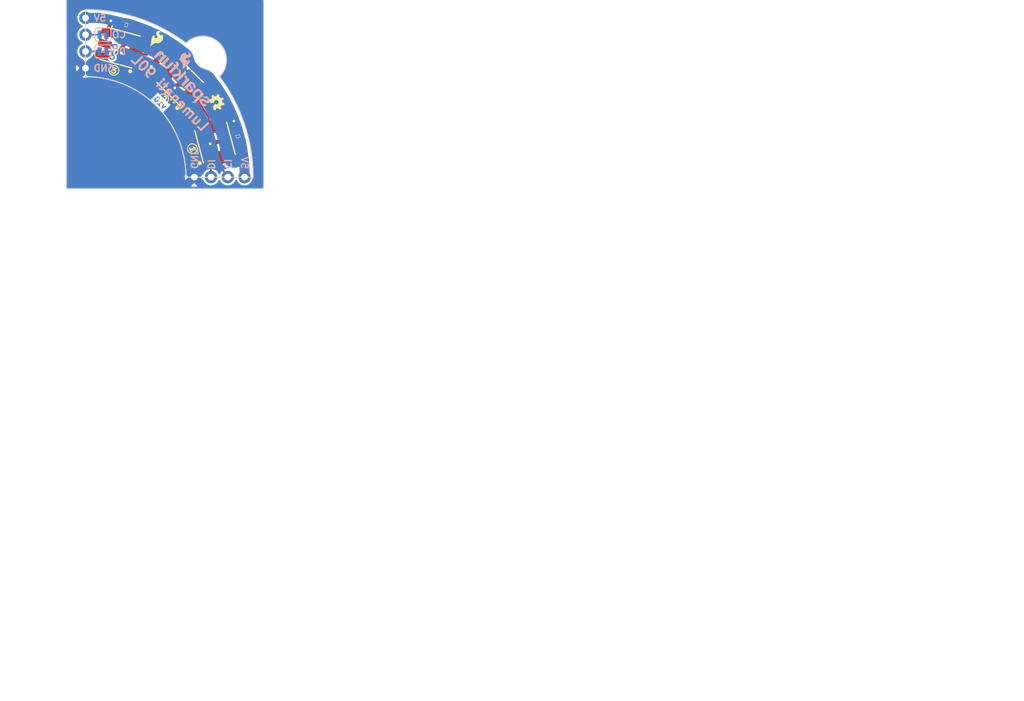
<source format=kicad_pcb>
(kicad_pcb (version 20221018) (generator pcbnew)
  (layers (0 "F.Cu" signal) (31 "B.Cu" signal) (34 "B.Paste" user) (35 "F.Paste" user) (36 "B.SilkS" user "B.Silkscreen") (37 "F.SilkS" user "F.Silkscreen") (38 "B.Mask" user) (39 "F.Mask" user) (44 "Edge.Cuts" user))
  (net 0 "")
  (net 1 "GND")
  (net 2 "+5V")
  (net 3 "/DI")
  (net 4 "/CI")
  (net 5 "/DO")
  (net 6 "/CO")
  (net 7 "Net-(U1-Pad5)")
  (net 8 "Net-(U1-Pad6)")
  (net 9 "Net-(U2-Pad6)")
  (net 10 "Net-(U2-Pad5)")
  (net 11 "Net-(JP1-Pad1)")
  (net 12 "Net-(JP2-Pad1)")
  (footprint "Aesthetics:SFE_LOGO_FLAME_.1" (layer "F.Cu") (at 140.589 95.60052 -10)
    (fp_text reference "" (at 0 0 350) (layer "F.SilkS") (effects (font (size 1.524 1.524))))
    (fp_text value "" (at 0 0 350) (layer "F.SilkS") (effects (font (size 1.524 1.524))))
    (fp_poly (pts (xy 1.69926 -2.4892) (xy 1.69926 -2.39776) (xy 1.6891 -2.36982) (xy 1.67894 -2.3495) (xy 1.64846 -2.31902) (xy 1.61798 -2.30886) (xy 1.5875 -2.30886) (xy 1.50876 -2.32918) (xy 1.46812 -2.3495) (xy 1.43764 -2.36982) (xy 1.39954 -2.39776) (xy 1.33858 -2.45872) (xy 1.29794 -2.51968) (xy 1.28778 -2.55778) (xy 1.28778 -2.61874) (xy 1.29794 -2.64922) (xy 1.3081 -2.66954) (xy 1.32842 -2.69748) (xy 1.36906 -2.72796) (xy 1.4097 -2.74828) (xy 1.45796 -2.75844) (xy 1.4986 -2.7686) (xy 1.55956 -2.7686) (xy 1.57988 -2.75844) (xy 1.5875 -2.75844) (xy 1.57988 -2.7686) (xy 1.53924 -2.79908) (xy 1.39954 -2.86766) (xy 1.3081 -2.88798) (xy 1.20904 -2.88798) (xy 1.09982 -2.86766) (xy 0.98806 -2.80924) (xy 0.89916 -2.73812) (xy 0.84836 -2.65938) (xy 0.81788 -2.56794) (xy 0.81788 -2.4892) (xy 0.8382 -2.39776) (xy 0.889 -2.30886) (xy 0.95758 -2.22758) (xy 1.03886 -2.13868) (xy 1.10998 -2.06756) (xy 1.13792 -1.98882) (xy 1.13792 -1.9177) (xy 1.1176 -1.85928) (xy 1.0795 -1.80848) (xy 1.01854 -1.76784) (xy 0.9398 -1.74752) (xy 0.85852 -1.74752) (xy 0.80772 -1.75768) (xy 0.75946 -1.778) (xy 0.6985 -1.83896) (xy 0.67818 -1.86944) (xy 0.66802 -1.89992) (xy 0.66802 -1.93802) (xy 0.67818 -1.9685) (xy 0.73914 -2.02946) (xy 0.76962 -2.03962) (xy 0.80772 -2.05994) (xy 0.81788 -2.06756) (xy 0.77978 -2.08788) (xy 0.65786 -2.08788) (xy 0.59944 -2.07772) (xy 0.54864 -2.06756) (xy 0.49784 -2.04978) (xy 0.45974 -2.0193) (xy 0.40894 -1.97866) (xy 0.34798 -1.8796) (xy 0.32766 -1.80848) (xy 0.3175 -1.72974) (xy 0.3175 -0.35814) (xy 0.3683 -0.40894) (xy 0.39878 -0.45974) (xy 0.44958 -0.508) (xy 0.49784 -0.56896) (xy 0.61976 -0.68834) (xy 0.73914 -0.82804) (xy 0.8382 -0.92964) (xy 0.9398 -0.98806) (xy 0.99822 -0.99822) (xy 1.18872 -0.99822) (xy 1.3081 -1.01854) (xy 1.41986 -1.04902) (xy 1.51892 -1.08966) (xy 1.61798 -1.14808) (xy 1.69926 -1.2192) (xy 1.778 -1.29794) (xy 1.84912 -1.38938) (xy 1.94818 -1.56972) (xy 1.99898 -1.75768) (xy 2.00914 -1.92786) (xy 1.97866 -2.08788) (xy 1.92786 -2.23774) (xy 1.85928 -2.3495) (xy 1.778 -2.4384)) (stroke (width 0.01)) (fill solid) (layer "F.SilkS"))
  )
  (footprint "Pete:0603_revised" (layer "F.Cu") (at 137.3124 92.0496 165)
    (fp_text reference "C1" hide)
    (fp_text value "0.1uF" hide)
    (fp_line (start -0.19812 -0.29972) (end 0.19812 -0.29972) (stroke (width 0.06604)) (layer "F.SilkS"))
    (fp_line (start -0.19812 0.29972) (end -0.19812 -0.29972) (stroke (width 0.06604)) (layer "F.SilkS"))
    (fp_line (start -0.19812 0.29972) (end 0.19812 0.29972) (stroke (width 0.06604)) (layer "F.SilkS"))
    (fp_line (start 0.19812 0.29972) (end 0.19812 -0.29972) (stroke (width 0.06604)) (layer "F.SilkS"))
    (pad "1" smd rect (at -0.84836 0 165) (size 1.09982 0.99822) (layers "F.Cu" "F.Paste" "F.Mask") (net 1 "GND"))
    (pad "2" smd rect (at 0.84836 0 165) (size 1.09982 0.99822) (layers "F.Cu" "F.Paste" "F.Mask") (net 2 "+5V"))
  )
  (footprint "Pete:0603_revised" (layer "F.Cu") (at 142.68196 96.77908 45)
    (fp_text reference "C2" hide)
    (fp_text value "0.1uF" hide)
    (fp_line (start -0.19812 -0.29972) (end 0.19812 -0.29972) (stroke (width 0.06604)) (layer "F.SilkS"))
    (fp_line (start -0.19812 0.29972) (end -0.19812 -0.29972) (stroke (width 0.06604)) (layer "F.SilkS"))
    (fp_line (start -0.19812 0.29972) (end 0.19812 0.29972) (stroke (width 0.06604)) (layer "F.SilkS"))
    (fp_line (start 0.19812 0.29972) (end 0.19812 -0.29972) (stroke (width 0.06604)) (layer "F.SilkS"))
    (pad "1" smd rect (at -0.84836 0 45) (size 1.09982 0.99822) (layers "F.Cu" "F.Paste" "F.Mask") (net 1 "GND"))
    (pad "2" smd rect (at 0.84836 0 45) (size 1.09982 0.99822) (layers "F.Cu" "F.Paste" "F.Mask") (net 2 "+5V"))
  )
  (footprint "Pete:0603_revised" (layer "F.Cu") (at 154.2542 108.9406 105)
    (fp_text reference "C3" hide)
    (fp_text value "0.1uF" hide)
    (fp_line (start -0.19812 -0.29972) (end 0.19812 -0.29972) (stroke (width 0.06604)) (layer "F.SilkS"))
    (fp_line (start -0.19812 0.29972) (end -0.19812 -0.29972) (stroke (width 0.06604)) (layer "F.SilkS"))
    (fp_line (start -0.19812 0.29972) (end 0.19812 0.29972) (stroke (width 0.06604)) (layer "F.SilkS"))
    (fp_line (start 0.19812 0.29972) (end 0.19812 -0.29972) (stroke (width 0.06604)) (layer "F.SilkS"))
    (pad "1" smd rect (at -0.84836 0 105) (size 1.09982 0.99822) (layers "F.Cu" "F.Paste" "F.Mask") (net 1 "GND"))
    (pad "2" smd rect (at 0.84836 0 105) (size 1.09982 0.99822) (layers "F.Cu" "F.Paste" "F.Mask") (net 2 "+5V"))
  )
  (footprint "Aesthetics:FIDUCIAL-1X2" (layer "F.Cu") (at 155.2575 112.9157)
    (fp_text reference "FD1" hide)
    (fp_text value "FIDUCIAL1X2" hide)
    (pad "1" smd circle (at 0 0) (size 0.99822 0.99822) (layers "F.Cu" "F.Paste" "F.Mask"))
  )
  (footprint "Aesthetics:FIDUCIAL-1X2" (layer "F.Cu") (at 133.3881 90.7415)
    (fp_text reference "FD2" hide)
    (fp_text value "FIDUCIAL1X2" hide)
    (pad "1" smd circle (at 0 0) (size 0.99822 0.99822) (layers "F.Cu" "F.Paste" "F.Mask"))
  )
  (footprint "SFE_Connectors:1X04_NO_SILK" (layer "F.Cu") (at 147.6248 115.1128)
    (fp_text reference "J1" hide)
    (fp_text value "CONN_041X04_NO_SILK" hide)
    (pad "1" thru_hole circle (at 0 0) (size 1.8796 1.8796) (drill 1.016) (layers "*.Cu" "*.Paste" "*.Mask") (net 1 "GND"))
    (pad "2" thru_hole circle (at 2.54 0) (size 1.8796 1.8796) (drill 1.016) (layers "*.Cu" "*.Paste" "*.Mask") (net 3 "/DI"))
    (pad "3" thru_hole circle (at 5.08 0) (size 1.8796 1.8796) (drill 1.016) (layers "*.Cu" "*.Paste" "*.Mask") (net 4 "/CI"))
    (pad "4" thru_hole circle (at 7.62 0) (size 1.8796 1.8796) (drill 1.016) (layers "*.Cu" "*.Paste" "*.Mask") (net 2 "+5V"))
  )
  (footprint "SFE_Connectors:1X04_NO_SILK" (layer "F.Cu") (at 131.1402 90.9828 -90)
    (fp_text reference "J2" hide)
    (fp_text value "CONN_041X04_NO_SILK" hide)
    (pad "1" thru_hole circle (at 0 0 270) (size 1.8796 1.8796) (drill 1.016) (layers "*.Cu" "*.Paste" "*.Mask") (net 2 "+5V"))
    (pad "2" thru_hole circle (at 2.54 0 270) (size 1.8796 1.8796) (drill 1.016) (layers "*.Cu" "*.Paste" "*.Mask") (net 6 "/CO"))
    (pad "3" thru_hole circle (at 5.08 0 270) (size 1.8796 1.8796) (drill 1.016) (layers "*.Cu" "*.Paste" "*.Mask") (net 5 "/DO"))
    (pad "4" thru_hole circle (at 7.62 0 270) (size 1.8796 1.8796) (drill 1.016) (layers "*.Cu" "*.Paste" "*.Mask") (net 1 "GND"))
  )
  (footprint "SparkFun:OSHW-LOGO-MINI" (layer "F.Cu") (at 150.98268 103.76154 -60)
    (fp_text reference "LOGO2" hide)
    (fp_text value "OSHW-LOGOMINI" hide)
    (fp_poly (pts (xy 1.23444 0.17018) (xy 1.23444 -0.14732) (xy 0.8763 -0.20574) (xy 0.8763 -0.24638) (xy 0.86614 -0.25654) (xy 0.86614 -0.27686) (xy 0.85598 -0.28702) (xy 0.84582 -0.30734) (xy 0.84582 -0.32512) (xy 0.83566 -0.33528) (xy 0.83566 -0.3556) (xy 0.8255 -0.36576) (xy 0.81534 -0.38608) (xy 0.80518 -0.39624) (xy 0.80518 -0.41656) (xy 0.79502 -0.42672) (xy 0.78486 -0.44704) (xy 0.7747 -0.4572) (xy 0.98552 -0.74676) (xy 0.75438 -0.9652) (xy 0.46482 -0.76708) (xy 0.45466 -0.77724) (xy 0.43434 -0.78486) (xy 0.42418 -0.78486) (xy 0.4064 -0.79502) (xy 0.39624 -0.80518) (xy 0.37592 -0.81534) (xy 0.36576 -0.81534) (xy 0.34544 -0.8255) (xy 0.33528 -0.83566) (xy 0.31496 -0.83566) (xy 0.29464 -0.84582) (xy 0.28448 -0.84582) (xy 0.26416 -0.85598) (xy 0.25654 -0.85598) (xy 0.23622 -0.86614) (xy 0.2159 -0.86614) (xy 0.15494 -1.21666) (xy -0.16256 -1.21666) (xy -0.22098 -0.86614) (xy -0.23114 -0.86614) (xy -0.25146 -0.85598) (xy -0.27178 -0.85598) (xy -0.28194 -0.84582) (xy -0.30226 -0.84582) (xy -0.32258 -0.83566) (xy -0.33274 -0.83566) (xy -0.35306 -0.8255) (xy -0.36322 -0.81534) (xy -0.381 -0.81534) (xy -0.39116 -0.80518) (xy -0.41148 -0.79502) (xy -0.42164 -0.78486) (xy -0.44196 -0.78486) (xy -0.45212 -0.77724) (xy -0.47244 -0.76708) (xy -0.762 -0.9652) (xy -0.98298 -0.74676) (xy -0.78232 -0.4572) (xy -0.79248 -0.44704) (xy -0.79248 -0.42672) (xy -0.80264 -0.41656) (xy -0.8128 -0.39624) (xy -0.82296 -0.38608) (xy -0.82296 -0.36576) (xy -0.83312 -0.3556) (xy -0.84328 -0.33528) (xy -0.84328 -0.32512) (xy -0.86106 -0.28702) (xy -0.86106 -0.27686) (xy -0.87122 -0.25654) (xy -0.87122 -0.24638) (xy -0.88138 -0.22606) (xy -0.88138 -0.20574) (xy -1.2319 -0.14732) (xy -1.2319 0.17018) (xy -0.88138 0.23114) (xy -0.88138 0.2413) (xy -0.87122 0.26162) (xy -0.87122 0.28194) (xy -0.86106 0.2921) (xy -0.86106 0.31242) (xy -0.8509 0.32258) (xy -0.84328 0.34036) (xy -0.84328 0.36068) (xy -0.83312 0.37084) (xy -0.83312 0.39116) (xy -0.82296 0.40132) (xy -0.8128 0.42164) (xy -0.80264 0.4318) (xy -0.79248 0.45212) (xy -0.79248 0.46228) (xy -0.78232 0.4826) (xy -0.98298 0.762) (xy -0.762 0.9906) (xy -0.47244 0.79248) (xy -0.46228 0.79248) (xy -0.45212 0.8001) (xy -0.44196 0.8001) (xy -0.4318 0.81026) (xy -0.42164 0.81026) (xy -0.41148 0.82042) (xy -0.40132 0.82042) (xy -0.39116 0.83058) (xy -0.381 0.83058) (xy -0.37338 0.84074) (xy -0.36322 0.84074) (xy -0.35306 0.8509) (xy -0.33274 0.8509) (xy -0.32258 0.86106) (xy -0.12192 0.32258) (xy -0.1524 0.31242) (xy -0.19304 0.2921) (xy -0.21336 0.27178) (xy -0.23114 0.26162) (xy -0.25146 0.2413) (xy -0.26162 0.22098) (xy -0.28194 0.20066) (xy -0.30226 0.16256) (xy -0.31242 0.13208) (xy -0.33274 0.09144) (xy -0.33274 0.06096) (xy -0.3429 0.03048) (xy -0.3429 -0.0254) (xy -0.30226 -0.14732) (xy -0.26162 -0.20574) (xy -0.2413 -0.22606) (xy -0.21336 -0.24638) (xy -0.19304 -0.2667) (xy -0.16256 -0.28702) (xy -0.13208 -0.29718) (xy -0.1016 -0.31496) (xy -0.07112 -0.31496) (xy -0.03302 -0.32512) (xy 0.03556 -0.32512) (xy 0.06604 -0.31496) (xy 0.09652 -0.31496) (xy 0.12446 -0.29718) (xy 0.15494 -0.28702) (xy 0.2159 -0.24638) (xy 0.25654 -0.20574) (xy 0.29464 -0.14732) (xy 0.3048 -0.11684) (xy 0.32512 -0.08636) (xy 0.32512 -0.05588) (xy 0.33528 -0.0254) (xy 0.33528 0.06096) (xy 0.32512 0.09144) (xy 0.32512 0.11176) (xy 0.31496 0.13208) (xy 0.3048 0.16256) (xy 0.29464 0.18034) (xy 0.27432 0.20066) (xy 0.26416 0.22098) (xy 0.22606 0.26162) (xy 0.20574 0.27178) (xy 0.18542 0.2921) (xy 0.12446 0.32258) (xy 0.32512 0.86106) (xy 0.32512 0.8509) (xy 0.34544 0.8509) (xy 0.3556 0.84074) (xy 0.36576 0.84074) (xy 0.37592 0.83058) (xy 0.38608 0.83058) (xy 0.39624 0.82042) (xy 0.41656 0.82042) (xy 0.42418 0.81026) (xy 0.43434 0.81026) (xy 0.45466 0.79248) (xy 0.46482 0.79248) (xy 0.75438 0.9906) (xy 0.98552 0.762) (xy 0.7747 0.4826) (xy 0.78486 0.46228) (xy 0.79502 0.45212) (xy 0.80518 0.4318) (xy 0.80518 0.42164) (xy 0.81534 0.40132) (xy 0.8255 0.39116) (xy 0.83566 0.37084) (xy 0.83566 0.36068) (xy 0.85598 0.32258) (xy 0.85598 0.31242) (xy 0.86614 0.2921) (xy 0.86614 0.28194) (xy 0.8763 0.26162) (xy 0.8763 0.2413) (xy 0.88646 0.23114)) (stroke (width 0.01)) (fill solid) (layer "F.SilkS"))
  )
  (footprint "Pete:APA102_3" (layer "F.Cu") (at 150.7744 109.8804 -75)
    (fp_text reference "U1" hide)
    (fp_text value "APA102" hide)
    (fp_line (start -2.5 -2.5) (end 2.5 -2.5) (stroke (width 0.2032)) (layer "F.SilkS"))
    (fp_line (start -2.5 2.5) (end 2.5 2.5) (stroke (width 0.2032)) (layer "F.SilkS"))
    (fp_circle (center 2.413 3.048) (end 2.4765 3.1115) (stroke (width 0.15)) (fill none) (layer "F.SilkS"))
    (fp_circle (center 2.413 3.048) (end 2.54 3.2385) (stroke (width 0.15)) (fill none) (layer "F.SilkS"))
    (pad "1" smd rect (at 2.4 1.7 285) (size 2 1.1) (layers "F.Cu" "F.Paste" "F.Mask") (net 3 "/DI"))
    (pad "2" smd rect (at 2.399998 0 285) (size 2 1.1) (layers "F.Cu" "F.Paste" "F.Mask") (net 4 "/CI"))
    (pad "3" smd rect (at 2.4 -1.700001 285) (size 2 1.1) (layers "F.Cu" "F.Paste" "F.Mask") (net 1 "GND"))
    (pad "4" smd rect (at -2.4 -1.7 105) (size 2 1.1) (layers "F.Cu" "F.Paste" "F.Mask") (net 2 "+5V"))
    (pad "5" smd rect (at -2.399998 0 105) (size 2 1.1) (layers "F.Cu" "F.Paste" "F.Mask") (net 7 "Net-(U1-Pad5)"))
    (pad "6" smd rect (at -2.4 1.700001 105) (size 2 1.1) (layers "F.Cu" "F.Paste" "F.Mask") (net 8 "Net-(U1-Pad6)"))
  )
  (footprint "Pete:APA102_3" (layer "F.Cu") (at 145.4785 100.7745 -45)
    (fp_text reference "U2" hide)
    (fp_text value "APA102" hide)
    (fp_line (start -2.5 -2.5) (end 2.5 -2.5) (stroke (width 0.2032)) (layer "F.SilkS"))
    (fp_line (start -2.5 2.5) (end 2.5 2.5) (stroke (width 0.2032)) (layer "F.SilkS"))
    (fp_circle (center 2.413 3.048) (end 2.4765 3.1115) (stroke (width 0.15)) (fill none) (layer "F.SilkS"))
    (fp_circle (center 2.413 3.048) (end 2.54 3.2385) (stroke (width 0.15)) (fill none) (layer "F.SilkS"))
    (pad "1" smd rect (at 2.4 1.7 315) (size 2 1.1) (layers "F.Cu" "F.Paste" "F.Mask") (net 8 "Net-(U1-Pad6)"))
    (pad "2" smd rect (at 2.399998 0 315) (size 2 1.1) (layers "F.Cu" "F.Paste" "F.Mask") (net 7 "Net-(U1-Pad5)"))
    (pad "3" smd rect (at 2.4 -1.700001 315) (size 2 1.1) (layers "F.Cu" "F.Paste" "F.Mask") (net 1 "GND"))
    (pad "4" smd rect (at -2.4 -1.7 135) (size 2 1.1) (layers "F.Cu" "F.Paste" "F.Mask") (net 2 "+5V"))
    (pad "5" smd rect (at -2.399998 0 135) (size 2 1.1) (layers "F.Cu" "F.Paste" "F.Mask") (net 10 "Net-(U2-Pad5)"))
    (pad "6" smd rect (at -2.4 1.700001 135) (size 2 1.1) (layers "F.Cu" "F.Paste" "F.Mask") (net 9 "Net-(U2-Pad6)"))
  )
  (footprint "Pete:APA102_3" (layer "F.Cu") (at 136.3726 95.504 -15)
    (fp_text reference "U3" hide)
    (fp_text value "APA102" hide)
    (fp_line (start -2.5 -2.5) (end 2.5 -2.5) (stroke (width 0.2032)) (layer "F.SilkS"))
    (fp_line (start -2.5 2.5) (end 2.5 2.5) (stroke (width 0.2032)) (layer "F.SilkS"))
    (fp_circle (center 2.412999 3.048) (end 2.4765 3.1115) (stroke (width 0.15)) (fill none) (layer "F.SilkS"))
    (fp_circle (center 2.412999 3.048) (end 2.54 3.2385) (stroke (width 0.15)) (fill none) (layer "F.SilkS"))
    (pad "1" smd rect (at 2.4 1.7 345) (size 2 1.1) (layers "F.Cu" "F.Paste" "F.Mask") (net 9 "Net-(U2-Pad6)"))
    (pad "2" smd rect (at 2.399998 0 345) (size 2 1.1) (layers "F.Cu" "F.Paste" "F.Mask") (net 10 "Net-(U2-Pad5)"))
    (pad "3" smd rect (at 2.4 -1.700001 345) (size 2 1.1) (layers "F.Cu" "F.Paste" "F.Mask") (net 1 "GND"))
    (pad "4" smd rect (at -2.4 -1.7 165) (size 2 1.1) (layers "F.Cu" "F.Paste" "F.Mask") (net 2 "+5V"))
    (pad "5" smd rect (at -2.399998 0 165) (size 2 1.1) (layers "F.Cu" "F.Paste" "F.Mask") (net 11 "Net-(JP1-Pad1)"))
    (pad "6" smd rect (at -2.4 1.700001 165) (size 2 1.1) (layers "F.Cu" "F.Paste" "F.Mask") (net 12 "Net-(JP2-Pad1)"))
  )
  (footprint "Pete:line" (layer "F.Cu") (at 131.1275 115.1255 -75)
    (fp_text reference "REF**" hide)
    (fp_text value "line" hide)
  )
  (footprint "Pete:line" (layer "F.Cu") (at 131.1275 115.1255 -45)
    (fp_text reference "REF**" hide)
    (fp_text value "line" hide)
  )
  (footprint "Pete:line" (layer "F.Cu") (at 131.1275 115.1255 -15)
    (fp_text reference "REF**" hide)
    (fp_text value "line" hide)
  )
  (footprint "Pete:STAND-OFF_115_2" (layer "F.Cu") (at 149.5425 96.7105)
    (fp_text reference "Ref**" hide)
    (fp_text value "Val**" hide)
    (pad "" np_thru_hole circle (at 0 0) (size 2.921 2.921) (drill 2.921) (layers "*.Cu" "*.Mask"))
  )
  (footprint "SparkFun:SFE_LOGO_NAME_FLAME_.1" (layer "B.Cu") (at 148.8313 105.5243 135)
    (fp_text reference "LOGO1" hide)
    (fp_text value "SFE_LOGO_NAME_FLAME.1_INCH" hide)
    (fp_poly (pts (xy 2.9083 1.39954) (xy 2.93878 1.47828) (xy 2.94894 1.55956) (xy 2.94894 1.6383) (xy 3.33756 1.62814) (xy 3.32994 1.48844) (xy 3.29946 1.3589) (xy 3.24866 1.23952)) (stroke (width 0.01)) (fill solid) (layer "B.SilkS"))
    (fp_poly (pts (xy 6.0579 2.6797) (xy 6.44906 2.88798) (xy 6.44906 1.84912) (xy 6.93928 2.35966) (xy 7.39902 2.35966) (xy 6.86816 1.83896) (xy 7.45998 0.9398) (xy 6.98754 0.9398) (xy 6.59892 1.56972) (xy 6.44906 1.42748) (xy 6.44906 0.9398) (xy 6.0579 0.9398)) (stroke (width 0.01)) (fill solid) (layer "B.SilkS"))
    (fp_poly (pts (xy 3.92938 1.74752) (xy 4.01828 1.75768) (xy 4.10972 1.76784) (xy 4.1783 1.778) (xy 4.2291 1.57988) (xy 4.20878 1.56972) (xy 4.18846 1.56972) (xy 4.15798 1.55956) (xy 4.11988 1.55956) (xy 4.0894 1.5494) (xy 4.04876 1.5494) (xy 4.02844 1.53924) (xy 4.00812 1.53924)) (stroke (width 0.01)) (fill solid) (layer "B.SilkS"))
    (fp_poly (pts (xy 4.99872 2.28854) (xy 5.04952 2.2987) (xy 5.08762 2.30886) (xy 5.13842 2.30886) (xy 5.18922 2.31902) (xy 5.22986 2.32918) (xy 5.27812 2.33934) (xy 5.32892 2.3495) (xy 5.36956 2.35966) (xy 5.36956 2.08788) (xy 5.40766 2.159) (xy 5.4483 2.2098) (xy 5.4991 2.26822) (xy 5.5499 2.30886) (xy 5.61848 2.3495) (xy 5.67944 2.36982) (xy 5.74802 2.3876) (xy 5.88772 2.3876) (xy 5.89788 2.37998) (xy 5.90804 2.37998) (xy 5.90804 2.0193) (xy 5.89788 2.0193) (xy 5.87756 2.02946) (xy 5.76834 2.02946) (xy 5.66928 2.0193) (xy 5.588 1.99898) (xy 5.51942 1.95834) (xy 5.46862 1.89992) (xy 5.42798 1.8288) (xy 5.40766 1.75768) (xy 5.38988 1.66878) (xy 5.38988 0.9398) (xy 4.99872 0.9398) (xy 4.99872 2.11836)) (stroke (width 0.01)) (fill solid) (layer "B.SilkS"))
    (fp_poly (pts (xy 7.69874 2.09804) (xy 7.30758 2.09804) (xy 7.34822 2.12852) (xy 7.3787 2.159) (xy 7.40918 2.18948) (xy 7.44982 2.22758) (xy 7.47776 2.25806) (xy 7.50824 2.28854) (xy 7.54888 2.31902) (xy 7.57936 2.35966) (xy 7.69874 2.35966) (xy 7.69874 2.55778) (xy 7.72922 2.63906) (xy 7.7597 2.70764) (xy 7.80796 2.7686) (xy 7.87908 2.8194) (xy 7.95782 2.8575) (xy 8.05942 2.88798) (xy 8.34898 2.88798) (xy 8.3693 2.87782) (xy 8.3693 2.59842) (xy 8.19912 2.59842) (xy 8.15848 2.58826) (xy 8.13816 2.5781) (xy 8.11784 2.56794) (xy 8.09752 2.54) (xy 8.0899 2.51968) (xy 8.0899 2.47904) (xy 8.07974 2.4384) (xy 8.07974 2.35966) (xy 8.34898 2.35966) (xy 8.34898 2.09804) (xy 8.07974 2.09804) (xy 8.07974 0.9398) (xy 7.69874 0.9398) (xy 7.69874 1.94818)) (stroke (width 0.01)) (fill solid) (layer "B.SilkS"))
    (fp_poly (pts (xy 9.78916 0.9398) (xy 9.41832 0.9398) (xy 9.41832 1.13792) (xy 9.40816 1.13792) (xy 9.36752 1.0795) (xy 9.32942 1.0287) (xy 9.27862 0.98806) (xy 9.21766 0.95758) (xy 9.1694 0.9398) (xy 9.10844 0.91948) (xy 9.03986 0.90932) (xy 8.9789 0.89916) (xy 8.8392 0.90932) (xy 8.72998 0.94996) (xy 8.63854 0.99822) (xy 8.56996 1.05918) (xy 8.51916 1.14808) (xy 8.48868 1.24968) (xy 8.46836 1.3589) (xy 8.46836 2.35966) (xy 8.84936 2.35966) (xy 8.84936 1.55956) (xy 8.85952 1.47828) (xy 8.86968 1.39954) (xy 8.87984 1.33858) (xy 8.90778 1.29794) (xy 8.93826 1.25984) (xy 8.98906 1.22936) (xy 9.03986 1.2192) (xy 9.09828 1.20904) (xy 9.17956 1.2192) (xy 9.23798 1.22936) (xy 9.28878 1.25984) (xy 9.32942 1.29794) (xy 9.3599 1.3589) (xy 9.38784 1.42748) (xy 9.398 1.50876) (xy 9.398 2.35966) (xy 9.78916 2.35966) (xy 9.78916 1.1176)) (stroke (width 0.01)) (fill solid) (layer "B.SilkS"))
    (fp_poly (pts (xy 9.99998 2.35966) (xy 10.36828 2.35966) (xy 10.36828 2.159) (xy 10.37844 2.159) (xy 10.41908 2.21996) (xy 10.45972 2.25806) (xy 10.50798 2.2987) (xy 10.56894 2.33934) (xy 10.6299 2.35966) (xy 10.68832 2.37998) (xy 10.74928 2.3876) (xy 10.8077 2.3876) (xy 10.94994 2.37998) (xy 11.05916 2.3495) (xy 11.14806 2.2987) (xy 11.21918 2.22758) (xy 11.26998 2.14884) (xy 11.29792 2.04978) (xy 11.31824 1.93802) (xy 11.3284 1.80848) (xy 11.3284 0.9398) (xy 10.93978 0.9398) (xy 10.93978 1.7399) (xy 10.92962 1.81864) (xy 10.91946 1.88976) (xy 10.9093 1.94818) (xy 10.87882 1.99898) (xy 10.84834 2.03962) (xy 10.79754 2.06756) (xy 10.74928 2.07772) (xy 10.68832 2.08788) (xy 10.60958 2.07772) (xy 10.54862 2.06756) (xy 10.49782 2.03962) (xy 10.45972 1.98882) (xy 10.42924 1.93802) (xy 10.39876 1.86944) (xy 10.3886 1.778) (xy 10.3886 0.9398) (xy 9.99998 0.9398) (xy 9.99998 2.17932)) (stroke (width 0.01)) (fill solid) (layer "B.SilkS"))
    (fp_poly (pts (xy 3.24866 1.23952) (xy 3.1877 1.12776) (xy 3.0988 1.03886) (xy 2.98958 0.95758) (xy 2.86766 0.91948) (xy 2.7178 0.89916) (xy 2.65938 0.90932) (xy 2.59842 0.91948) (xy 2.54 0.92964) (xy 2.47904 0.95758) (xy 2.42824 0.98806) (xy 2.37998 1.01854) (xy 2.33934 1.06934) (xy 2.2987 1.1176) (xy 2.28854 1.1176) (xy 2.28854 0.09906) (xy 2.2479 0.1397) (xy 2.19964 0.18796) (xy 2.14884 0.2286) (xy 2.09804 0.26924) (xy 2.04978 0.30988) (xy 1.99898 0.35814) (xy 1.95834 0.39878) (xy 1.90754 0.43942) (xy 1.90754 2.28854) (xy 1.94818 2.2987) (xy 1.99898 2.30886) (xy 2.04978 2.30886) (xy 2.08788 2.31902) (xy 2.13868 2.32918) (xy 2.17932 2.33934) (xy 2.22758 2.3495) (xy 2.27838 2.35966) (xy 2.27838 2.17932) (xy 2.31902 2.22758) (xy 2.35966 2.26822) (xy 2.40792 2.30886) (xy 2.45872 2.33934) (xy 2.50952 2.36982) (xy 2.56794 2.37998) (xy 2.6289 2.3876) (xy 2.69748 2.3876) (xy 2.84988 2.37998) (xy 2.98958 2.32918) (xy 3.0988 2.25806) (xy 3.1877 2.159) (xy 3.25882 2.04978) (xy 3.29946 1.9177) (xy 3.32994 1.778) (xy 3.33756 1.62814) (xy 2.94894 1.6383) (xy 2.94894 1.72974) (xy 2.93878 1.80848) (xy 2.9083 1.88976) (xy 2.87782 1.95834) (xy 2.82956 2.0193) (xy 2.7686 2.05994) (xy 2.69748 2.08788) (xy 2.60858 2.09804) (xy 2.52984 2.08788) (xy 2.44856 2.05994) (xy 2.39776 2.0193) (xy 2.3495 1.95834) (xy 2.31902 1.88976) (xy 2.28854 1.80848) (xy 2.27838 1.72974) (xy 2.27838 1.55956) (xy 2.2987 1.47828) (xy 2.31902 1.39954) (xy 2.3495 1.32842) (xy 2.39776 1.27762) (xy 2.45872 1.22936) (xy 2.52984 1.20904) (xy 2.61874 1.19888) (xy 2.69748 1.20904) (xy 2.77876 1.22936) (xy 2.83972 1.27762) (xy 2.87782 1.32842) (xy 2.9083 1.39954)) (stroke (width 0.01)) (fill solid) (layer "B.SilkS"))
    (fp_poly (pts (xy 0.80772 1.39954) (xy 0.80772 1.33858) (xy 0.82804 1.28778) (xy 0.85852 1.24968) (xy 0.89916 1.2192) (xy 0.9398 1.18872) (xy 0.99822 1.17856) (xy 1.04902 1.1684) (xy 1.10998 1.15824) (xy 1.14808 1.1684) (xy 1.18872 1.1684) (xy 1.22936 1.17856) (xy 1.27 1.19888) (xy 1.3081 1.22936) (xy 1.33858 1.25984) (xy 1.34874 1.29794) (xy 1.3589 1.33858) (xy 1.34874 1.37922) (xy 1.32842 1.41986) (xy 1.28778 1.4478) (xy 1.23952 1.47828) (xy 1.17856 1.4986) (xy 1.09982 1.51892) (xy 1.01854 1.53924) (xy 0.91948 1.55956) (xy 0.82804 1.57988) (xy 0.7493 1.60782) (xy 0.67818 1.6383) (xy 0.6096 1.67894) (xy 0.54864 1.71958) (xy 0.508 1.778) (xy 0.47752 1.84912) (xy 0.4699 1.93802) (xy 0.47752 2.05994) (xy 0.51816 2.159) (xy 0.58928 2.23774) (xy 0.65786 2.2987) (xy 0.75946 2.3495) (xy 0.85852 2.36982) (xy 0.96774 2.3876) (xy 1.19888 2.3876) (xy 1.3081 2.36982) (xy 1.4097 2.33934) (xy 1.4986 2.2987) (xy 1.57988 2.23774) (xy 1.6383 2.159) (xy 1.6891 2.05994) (xy 1.70942 1.93802) (xy 1.33858 1.93802) (xy 1.32842 1.98882) (xy 1.3081 2.03962) (xy 1.28778 2.06756) (xy 1.25984 2.08788) (xy 1.2192 2.1082) (xy 1.1684 2.12852) (xy 0.99822 2.12852) (xy 0.96774 2.11836) (xy 0.92964 2.1082) (xy 0.89916 2.09804) (xy 0.87884 2.06756) (xy 0.85852 2.03962) (xy 0.85852 1.99898) (xy 0.86868 1.95834) (xy 0.89916 1.9177) (xy 0.9398 1.88976) (xy 0.99822 1.85928) (xy 1.05918 1.83896) (xy 1.13792 1.8288) (xy 1.2192 1.80848) (xy 1.29794 1.78816) (xy 1.37922 1.76784) (xy 1.46812 1.74752) (xy 1.53924 1.70942) (xy 1.60782 1.66878) (xy 1.66878 1.61798) (xy 1.70942 1.55956) (xy 1.7399 1.48844) (xy 1.74752 1.39954) (xy 1.72974 1.27) (xy 1.6891 1.15824) (xy 1.62814 1.0795) (xy 1.5494 1.00838) (xy 1.4478 0.95758) (xy 1.33858 0.92964) (xy 1.2192 0.90932) (xy 1.09982 0.89916) (xy 0.9779 0.90932) (xy 0.85852 0.92964) (xy 0.7493 0.95758) (xy 0.6477 1.00838) (xy 0.56896 1.0795) (xy 0.49784 1.1684) (xy 0.45974 1.27) (xy 0.43942 1.39954) (xy 0.75946 1.39954)) (stroke (width 0.01)) (fill solid) (layer "B.SilkS"))
    (fp_poly (pts (xy 8.24992 4.77774) (xy 8.24992 4.699) (xy 8.23976 4.66852) (xy 8.2296 4.63804) (xy 8.19912 4.61772) (xy 8.16864 4.60756) (xy 8.09752 4.60756) (xy 8.05942 4.62788) (xy 8.01878 4.6482) (xy 7.9883 4.66852) (xy 7.94766 4.699) (xy 7.91972 4.71932) (xy 7.88924 4.7498) (xy 7.86892 4.7879) (xy 7.8486 4.81838) (xy 7.83844 4.85902) (xy 7.82828 4.8895) (xy 7.83844 4.91998) (xy 7.8486 4.93776) (xy 7.85876 4.96824) (xy 7.87908 4.99872) (xy 7.91972 5.0292) (xy 7.95782 5.04952) (xy 8.00862 5.05968) (xy 8.04926 5.06984) (xy 8.07974 5.06984) (xy 8.10768 5.05968) (xy 8.13816 5.05968) (xy 8.128 5.06984) (xy 8.0899 5.09778) (xy 8.02894 5.12826) (xy 7.94766 5.15874) (xy 7.85876 5.18922) (xy 7.7597 5.18922) (xy 7.64794 5.1689) (xy 7.53872 5.10794) (xy 7.44982 5.0292) (xy 7.39902 4.95808) (xy 7.36854 4.86918) (xy 7.36854 4.7879) (xy 7.38886 4.699) (xy 7.43966 4.60756) (xy 7.50824 4.52882) (xy 7.58952 4.43992) (xy 7.6581 4.35864) (xy 7.68858 4.28752) (xy 7.68858 4.21894) (xy 7.66826 4.15798) (xy 7.62762 4.10972) (xy 7.5692 4.06908) (xy 7.48792 4.04876) (xy 7.40918 4.04876) (xy 7.35838 4.05892) (xy 7.30758 4.07924) (xy 7.27964 4.09956) (xy 7.24916 4.1275) (xy 7.22884 4.16814) (xy 7.21868 4.19862) (xy 7.21868 4.2291) (xy 7.22884 4.25958) (xy 7.24916 4.28752) (xy 7.26948 4.30784) (xy 7.2898 4.32816) (xy 7.31774 4.33832) (xy 7.33806 4.34848) (xy 7.35838 4.35864) (xy 7.36854 4.3688) (xy 7.34822 4.37896) (xy 7.3279 4.37896) (xy 7.2898 4.38912) (xy 7.20852 4.38912) (xy 7.14756 4.37896) (xy 7.0993 4.35864) (xy 7.0485 4.33832) (xy 7.00786 4.30784) (xy 6.9596 4.2799) (xy 6.92912 4.2291) (xy 6.89864 4.16814) (xy 6.87832 4.10972) (xy 6.86816 4.01828) (xy 6.858 3.92938) (xy 6.858 2.64922) (xy 6.86816 2.64922) (xy 6.88848 2.6797) (xy 6.91896 2.70764) (xy 6.94944 2.74828) (xy 6.9977 2.79908) (xy 7.0485 2.8575) (xy 7.10946 2.91846) (xy 7.15772 2.98958) (xy 7.22884 3.05816) (xy 7.2898 3.11912) (xy 7.33806 3.17754) (xy 7.38886 3.21818) (xy 7.43966 3.25882) (xy 7.48792 3.2893) (xy 7.54888 3.29946) (xy 7.73938 3.29946) (xy 7.85876 3.31978) (xy 7.96798 3.34772) (xy 8.06958 3.38836) (xy 8.16864 3.44932) (xy 8.24992 3.5179) (xy 8.32866 3.59918) (xy 8.39978 3.68808) (xy 8.49884 3.86842) (xy 8.54964 4.04876) (xy 8.5598 4.2291) (xy 8.52932 4.38912) (xy 8.47852 4.52882) (xy 8.40994 4.6482) (xy 8.32866 4.73964)) (stroke (width 0.01)) (fill solid) (layer "B.SilkS"))
    (fp_poly (pts (xy 4.00812 1.53924) (xy 3.97764 1.52908) (xy 3.95986 1.51892) (xy 3.9497 1.50876) (xy 3.92938 1.4986) (xy 3.90906 1.48844) (xy 3.8989 1.47828) (xy 3.87858 1.46812) (xy 3.86842 1.4478) (xy 3.85826 1.42748) (xy 3.8481 1.4097) (xy 3.8481 1.38938) (xy 3.83794 1.36906) (xy 3.83794 1.31826) (xy 3.8481 1.28778) (xy 3.8481 1.27) (xy 3.85826 1.24968) (xy 3.86842 1.23952) (xy 3.87858 1.2192) (xy 3.8989 1.20904) (xy 3.90906 1.19888) (xy 3.92938 1.18872) (xy 3.9497 1.17856) (xy 3.96748 1.17856) (xy 3.9878 1.1684) (xy 4.00812 1.1684) (xy 4.02844 1.15824) (xy 4.07924 1.15824) (xy 4.1275 1.1684) (xy 4.1783 1.1684) (xy 4.21894 1.18872) (xy 4.25958 1.19888) (xy 4.28752 1.2192) (xy 4.30784 1.23952) (xy 4.32816 1.27) (xy 4.34848 1.28778) (xy 4.35864 1.31826) (xy 4.3688 1.34874) (xy 4.37896 1.36906) (xy 4.38912 1.39954) (xy 4.38912 1.62814) (xy 4.37896 1.61798) (xy 4.3688 1.60782) (xy 4.34848 1.60782) (xy 4.32816 1.59766) (xy 4.30784 1.5875) (xy 4.28752 1.5875) (xy 4.26974 1.57988) (xy 4.2291 1.57988) (xy 4.1783 1.778) (xy 4.24942 1.79832) (xy 4.30784 1.81864) (xy 4.35864 1.84912) (xy 4.38912 1.88976) (xy 4.38912 1.99898) (xy 4.37896 2.0193) (xy 4.3688 2.03962) (xy 4.35864 2.05994) (xy 4.34848 2.06756) (xy 4.33832 2.08788) (xy 4.318 2.09804) (xy 4.29768 2.1082) (xy 4.2799 2.11836) (xy 4.25958 2.11836) (xy 4.23926 2.12852) (xy 4.05892 2.12852) (xy 4.0386 2.11836) (xy 4.01828 2.1082) (xy 3.99796 2.09804) (xy 3.97764 2.08788) (xy 3.95986 2.07772) (xy 3.9497 2.06756) (xy 3.92938 2.04978) (xy 3.91922 2.03962) (xy 3.90906 2.0193) (xy 3.8989 1.98882) (xy 3.88874 1.9685) (xy 3.88874 1.9177) (xy 3.49758 1.9177) (xy 3.50774 1.97866) (xy 3.5179 2.03962) (xy 3.53822 2.09804) (xy 3.5687 2.13868) (xy 3.59918 2.18948) (xy 3.62966 2.22758) (xy 3.66776 2.25806) (xy 3.71856 2.28854) (xy 3.76936 2.31902) (xy 3.81762 2.33934) (xy 3.86842 2.3495) (xy 3.92938 2.36982) (xy 3.9878 2.37998) (xy 4.0386 2.3876) (xy 4.26974 2.3876) (xy 4.318 2.37998) (xy 4.37896 2.37998) (xy 4.42976 2.36982) (xy 4.47802 2.3495) (xy 4.52882 2.33934) (xy 4.57962 2.31902) (xy 4.61772 2.28854) (xy 4.65836 2.25806) (xy 4.699 2.22758) (xy 4.72948 2.18948) (xy 4.7498 2.14884) (xy 4.76758 2.09804) (xy 4.77774 2.04978) (xy 4.77774 1.17856) (xy 4.7879 1.15824) (xy 4.7879 1.06934) (xy 4.79806 1.04902) (xy 4.79806 1.0287) (xy 4.80822 1.00838) (xy 4.80822 0.9779) (xy 4.81838 0.95758) (xy 4.82854 0.94996) (xy 4.82854 0.9398) (xy 4.43992 0.9398) (xy 4.43992 0.94996) (xy 4.42976 0.95758) (xy 4.42976 0.96774) (xy 4.4196 0.9779) (xy 4.4196 1.00838) (xy 4.40944 1.01854) (xy 4.40944 1.0795) (xy 4.38912 1.04902) (xy 4.35864 1.0287) (xy 4.33832 1.00838) (xy 4.30784 0.98806) (xy 4.2799 0.9779) (xy 4.24942 0.95758) (xy 4.21894 0.94996) (xy 4.18846 0.9398) (xy 4.15798 0.92964) (xy 4.1275 0.91948) (xy 4.09956 0.91948) (xy 4.06908 0.90932) (xy 4.02844 0.90932) (xy 3.99796 0.89916) (xy 3.88874 0.89916) (xy 3.83794 0.90932) (xy 3.78968 0.90932) (xy 3.74904 0.91948) (xy 3.69824 0.9398) (xy 3.6576 0.95758) (xy 3.62966 0.9779) (xy 3.58902 0.99822) (xy 3.55854 1.0287) (xy 3.53822 1.05918) (xy 3.50774 1.09982) (xy 3.48996 1.12776) (xy 3.4798 1.17856) (xy 3.45948 1.2192) (xy 3.45948 1.27) (xy 3.44932 1.31826) (xy 3.46964 1.42748) (xy 3.49758 1.51892) (xy 3.53822 1.5875) (xy 3.60934 1.64846) (xy 3.67792 1.6891) (xy 3.7592 1.71958) (xy 3.83794 1.7399) (xy 3.92938 1.74752)) (stroke (width 0.01)) (fill solid) (layer "B.SilkS"))
  )
  (footprint "Pete:SMT-JUMPER_2_NC_TRACE_SILK" (layer "B.Cu") (at 133.7818 93.5228 180)
    (fp_text reference "JP1" hide)
    (fp_text value "JUMPER-SMT_2_NC_TRACE_SILK" hide)
    (fp_line (start -0.508 0) (end 0.508 0) (stroke (width 0.254)) (layer "B.Cu"))
    (fp_line (start -1.2192 -0.5588) (end -1.2192 0.5588) (stroke (width 0.1524)) (layer "B.SilkS"))
    (fp_line (start -0.762 1.016) (end 0.762 1.016) (stroke (width 0.1524)) (layer "B.SilkS"))
    (fp_line (start -0.1905 -0.127) (end -0.1905 0.127) (stroke (width 0.127)) (layer "B.SilkS"))
    (fp_line (start -0.1905 0.127) (end 0.1905 0.127) (stroke (width 0.127)) (layer "B.SilkS"))
    (fp_line (start 0.1905 -0.127) (end -0.1905 -0.127) (stroke (width 0.127)) (layer "B.SilkS"))
    (fp_line (start 0.1905 0.127) (end 0.1905 -0.127) (stroke (width 0.127)) (layer "B.SilkS"))
    (fp_line (start 0.762 -1.016) (end -0.762 -1.016) (stroke (width 0.1524)) (layer "B.SilkS"))
    (fp_line (start 1.2192 -0.5588) (end 1.2192 0.5588) (stroke (width 0.1524)) (layer "B.SilkS"))
    (fp_arc (start -1.2192 -0.5588) (mid -1.085289 -0.882089) (end -0.762 -1.016) (stroke (width 0.1524)) (layer "B.SilkS"))
    (fp_arc (start -0.762 1.016) (mid -1.085289 0.882089) (end -1.2192 0.5588) (stroke (width 0.1524)) (layer "B.SilkS"))
    (fp_arc (start 0.762 -1.016) (mid 1.085289 -0.882089) (end 1.2192 -0.5588) (stroke (width 0.1524)) (layer "B.SilkS"))
    (fp_arc (start 1.2192 0.5588) (mid 1.085289 0.882089) (end 0.762 1.016) (stroke (width 0.1524)) (layer "B.SilkS"))
    (pad "1" smd rect (at -0.508 0 180) (size 0.635 1.27) (layers "B.Cu" "B.Paste" "B.Mask") (net 11 "Net-(JP1-Pad1)"))
    (pad "2" smd rect (at 0.508 0 180) (size 0.635 1.27) (layers "B.Cu" "B.Paste" "B.Mask") (net 6 "/CO"))
  )
  (footprint "Pete:SMT-JUMPER_2_NC_TRACE_SILK" (layer "B.Cu") (at 133.7818 96.0628 180)
    (fp_text reference "JP2" hide)
    (fp_text value "JUMPER-SMT_2_NC_TRACE_SILK" hide)
    (fp_line (start -0.508 0) (end 0.508 0) (stroke (width 0.254)) (layer "B.Cu"))
    (fp_line (start -1.2192 -0.5588) (end -1.2192 0.5588) (stroke (width 0.1524)) (layer "B.SilkS"))
    (fp_line (start -0.762 1.016) (end 0.762 1.016) (stroke (width 0.1524)) (layer "B.SilkS"))
    (fp_line (start -0.1905 -0.127) (end -0.1905 0.127) (stroke (width 0.127)) (layer "B.SilkS"))
    (fp_line (start -0.1905 0.127) (end 0.1905 0.127) (stroke (width 0.127)) (layer "B.SilkS"))
    (fp_line (start 0.1905 -0.127) (end -0.1905 -0.127) (stroke (width 0.127)) (layer "B.SilkS"))
    (fp_line (start 0.1905 0.127) (end 0.1905 -0.127) (stroke (width 0.127)) (layer "B.SilkS"))
    (fp_line (start 0.762 -1.016) (end -0.762 -1.016) (stroke (width 0.1524)) (layer "B.SilkS"))
    (fp_line (start 1.2192 -0.5588) (end 1.2192 0.5588) (stroke (width 0.1524)) (layer "B.SilkS"))
    (fp_arc (start -1.2192 -0.5588) (mid -1.085289 -0.882089) (end -0.762 -1.016) (stroke (width 0.1524)) (layer "B.SilkS"))
    (fp_arc (start -0.762 1.016) (mid -1.085289 0.882089) (end -1.2192 0.5588) (stroke (width 0.1524)) (layer "B.SilkS"))
    (fp_arc (start 0.762 -1.016) (mid 1.085289 -0.882089) (end 1.2192 -0.5588) (stroke (width 0.1524)) (layer "B.SilkS"))
    (fp_arc (start 1.2192 0.5588) (mid 1.085289 0.882089) (end 0.762 1.016) (stroke (width 0.1524)) (layer "B.SilkS"))
    (pad "1" smd rect (at -0.508 0 180) (size 0.635 1.27) (layers "B.Cu" "B.Paste" "B.Mask") (net 12 "Net-(JP2-Pad1)"))
    (pad "2" smd rect (at 0.508 0 180) (size 0.635 1.27) (layers "B.Cu" "B.Paste" "B.Mask") (net 5 "/DO"))
  )
  (gr_circle (center 142.9639 103.2637) (end 142.5067 103.8479) (stroke (width 0.15)) (fill none) (layer "F.SilkS"))
  (gr_circle (center 135.4455 98.9203) (end 134.9883 99.5045) (stroke (width 0.15)) (fill none) (layer "F.SilkS"))
  (gr_circle (center 147.3327 110.8075) (end 146.8755 111.3917) (stroke (width 0.15)) (fill none) (layer "F.SilkS"))
  (gr_arc (start 146.3675 94.8055) (mid 148.9075 93.753398) (end 151.4475 94.8055) (stroke (width 0.15)) (layer "Edge.Cuts"))
  (gr_line (start 146.34464 94.79026) (end 146.36496 94.80804) (stroke (width 0.01284)) (layer "Edge.Cuts"))
  (gr_arc (start 151.4475 94.8055) (mid 152.499602 97.3455) (end 151.4475 99.8855) (stroke (width 0.15)) (layer "Edge.Cuts"))
  (gr_arc (start 131.1275 89.7255) (mid 139.144985 91.024049) (end 146.342699 94.786923) (stroke (width 0.15)) (layer "Edge.Cuts"))
  (gr_line (start 146.3675 115.1255) (end 156.5275 115.1255) (stroke (width 0.15)) (layer "Edge.Cuts"))
  (gr_arc (start 131.1275 99.8855) (mid 141.903807 104.349193) (end 146.3675 115.1255) (stroke (width 0.15)) (layer "Edge.Cuts"))
  (gr_line (start 131.1275 99.8855) (end 131.1275 89.7255) (stroke (width 0.15)) (layer "Edge.Cuts"))
  (gr_line (start 151.45512 99.89566) (end 151.4475 99.8855) (stroke (width 0.01284)) (layer "Edge.Cuts"))
  (gr_arc (start 151.4475 99.8855) (mid 155.226165 107.099645) (end 156.527496 115.138845) (stroke (width 0.15)) (layer "Edge.Cuts"))
  (gr_text "v10" (at 142.4432 103.8352 315) (layer "B.Cu") (effects (font (size 0.8128 0.8128) (thickness 0.1778)) (justify mirror)))
  (gr_text "CO" (at 136.21004 93.51772) (layer "B.SilkS") (effects (font (size 1.016 1.016) (thickness 0.2032)) (justify mirror)))
  (gr_text "DO" (at 136.21512 96.0628) (layer "B.SilkS") (effects (font (size 1.016 1.016) (thickness 0.2032)) (justify mirror)))
  (gr_text "GND" (at 147.61972 112.3188 270) (layer "B.SilkS") (effects (font (size 1.016 1.016) (thickness 0.2032)) (justify mirror)))
  (gr_text "5V" (at 133.31952 90.99042) (layer "B.SilkS") (effects (font (size 1.016 1.016) (thickness 0.2032)) (justify mirror)))
  (gr_text "CI" (at 152.69972 113.12144 270) (layer "B.SilkS") (effects (font (size 1.016 1.016) (thickness 0.2032)) (justify mirror)))
  (gr_text "DI" (at 150.15972 113.16716 270) (layer "B.SilkS") (effects (font (size 1.016 1.016) (thickness 0.2032)) (justify mirror)))
  (gr_text "GND" (at 133.93928 98.6028) (layer "B.SilkS") (effects (font (size 1.016 1.016) (thickness 0.2032)) (justify mirror)))
  (gr_text "5V" (at 155.24734 112.9665 270) (layer "B.SilkS") (effects (font (size 1.016 1.016) (thickness 0.2032)) (justify mirror)))
  (gr_text "Lumenati 90L" (at 143.9545 102.3239 315) (layer "B.SilkS") (effects (font (size 1.5 1.5) (thickness 0.3)) (justify mirror)))
  (gr_text "2" (at 142.9766 103.2764 315) (layer "F.SilkS") (effects (font (size 0.8128 0.8128) (thickness 0.1778))))
  (gr_text "3" (at 135.4582 98.9838 345) (layer "F.SilkS") (effects (font (size 0.8128 0.8128) (thickness 0.1778))))
  (gr_text "1" (at 147.3454 110.8202 -75) (layer "F.SilkS") (effects (font (size 0.8128 0.8128) (thickness 0.1778))))
  (segment (start 139.130815 94.483091) (end 139.4333 93.38056) (width 0.4064) (layer "F.Cu") (net 1))
  (segment (start 139.4333 93.38056) (end 139.04468 92.51696) (width 0.4064) (layer "F.Cu") (net 1))
  (segment (start 139.04468 92.51696) (end 138.131853 92.269172) (width 0.4064) (layer "F.Cu") (net 1))
  (segment (start 153.037641 111.758629) (end 154.15768 111.4679) (width 0.4064) (layer "F.Cu") (net 1))
  (segment (start 154.15768 111.4679) (end 154.70378 110.67796) (width 0.4064) (layer "F.Cu") (net 1))
  (segment (start 154.70378 110.67796) (end 154.473772 109.760053) (width 0.4064) (layer "F.Cu") (net 1))
  (segment (start 153.037641 111.758629) (end 152.6286 110.22076) (width 0.6096) (layer "F.Cu") (net 1))
  (segment (start 152.6286 110.22076) (end 151.64816 109.64672) (width 0.6096) (layer "F.Cu") (net 1))
  (segment (start 151.64816 109.64672) (end 150.0378 110.06836) (width 0.6096) (layer "F.Cu") (net 1))
  (segment (start 139.130815 94.483091) (end 137.58164 94.04604) (width 0.6096) (layer "F.Cu") (net 1))
  (segment (start 137.58164 94.04604) (end 137.11428 94.27464) (width 0.6096) (layer "F.Cu") (net 1))
  (segment (start 137.11428 94.27464) (end 136.56564 96.28632) (width 0.6096) (layer "F.Cu") (net 1))
  (segment (start 142.082079 97.378961) (end 141.11478 98.32594) (width 0.4064) (layer "F.Cu") (net 1))
  (segment (start 148.377639 101.269474) (end 147.25904 100.13442) (width 0.6096) (layer "F.Cu") (net 1))
  (segment (start 147.25904 100.13442) (end 146.25574 101.12248) (width 0.6096) (layer "F.Cu") (net 1))
  (segment (start 146.25574 101.12248) (end 145.15084 101.10978) (width 0.6096) (layer "F.Cu") (net 1))
  (segment (start 145.15084 101.10978) (end 144.67332 101.5873) (width 0.6096) (layer "F.Cu") (net 1))
  (via (at 144.67332 101.5873) (size 0.8) (drill 0.4) (layers "F.Cu" "B.Cu") (net 1))
  (via (at 136.56564 96.28632) (size 0.8) (drill 0.4) (layers "F.Cu" "B.Cu") (net 1))
  (via (at 141.11478 98.32594) (size 0.8) (drill 0.4) (layers "F.Cu" "B.Cu") (net 1))
  (via (at 150.0378 110.06836) (size 0.8) (drill 0.4) (layers "F.Cu" "B.Cu") (net 1))
  (segment (start 131.1402 98.6028) (end 134.493 98.6028) (width 0.8128) (layer "B.Cu") (net 1))
  (segment (start 134.493 98.6028) (end 136.19988 97.59696) (width 0.8128) (layer "B.Cu") (net 1))
  (segment (start 136.19988 97.59696) (end 136.56564 96.28632) (width 0.8128) (layer "B.Cu") (net 1))
  (segment (start 147.6248 115.1128) (end 147.61972 111.6711) (width 0.8128) (layer "B.Cu") (net 1))
  (segment (start 147.61972 111.6711) (end 148.52142 110.49508) (width 0.8128) (layer "B.Cu") (net 1))
  (segment (start 148.52142 110.49508) (end 150.0378 110.06836) (width 0.8128) (layer "B.Cu") (net 1))
  (segment (start 134.49437 93.24076) (end 134.98068 91.42984) (width 0.6096) (layer "F.Cu") (net 2))
  (segment (start 136.492947 91.830028) (end 134.98068 91.42984) (width 0.4064) (layer "F.Cu") (net 2))
  (segment (start 151.795308 107.122186) (end 153.63952 106.63936) (width 0.6096) (layer "F.Cu") (net 2))
  (segment (start 154.034628 108.121147) (end 153.63952 106.63936) (width 0.4064) (layer "F.Cu") (net 2))
  (segment (start 144.983525 97.875362) (end 143.281841 96.179199) (width 0.4064) (layer "F.Cu") (net 2))
  (segment (start 144.983525 97.875362) (end 146.10334 99.01428) (width 0.6096) (layer "F.Cu") (net 2))
  (segment (start 146.10334 99.01428) (end 146.66214 98.63328) (width 0.6096) (layer "F.Cu") (net 2))
  (via (at 153.63952 106.63936) (size 0.8) (drill 0.4) (layers "F.Cu" "B.Cu") (net 2))
  (via (at 134.98068 91.42984) (size 0.8) (drill 0.4) (layers "F.Cu" "B.Cu") (net 2))
  (via (at 146.66214 98.63328) (size 0.8) (drill 0.4) (layers "F.Cu" "B.Cu") (net 2))
  (segment (start 153.72334 111.66094) (end 153.6446 111.10976) (width 4.064) (layer "B.Cu") (net 2))
  (segment (start 153.6446 111.10976) (end 153.543 110.56112) (width 4.064) (layer "B.Cu") (net 2))
  (segment (start 153.543 110.56112) (end 153.4414 110.02772) (width 4.064) (layer "B.Cu") (net 2))
  (segment (start 153.4414 110.02772) (end 153.34996 109.67212) (width 4.064) (layer "B.Cu") (net 2))
  (segment (start 153.34996 109.67212) (end 153.2128 109.13364) (width 4.064) (layer "B.Cu") (net 2))
  (segment (start 153.2128 109.13364) (end 153.05024 108.59008) (width 4.064) (layer "B.Cu") (net 2))
  (segment (start 153.05024 108.59008) (end 152.90292 108.07446) (width 4.064) (layer "B.Cu") (net 2))
  (segment (start 152.90292 108.07446) (end 152.78862 107.72394) (width 4.064) (layer "B.Cu") (net 2))
  (segment (start 152.78862 107.72394) (end 152.5905 107.20578) (width 4.064) (layer "B.Cu") (net 2))
  (segment (start 152.5905 107.20578) (end 152.4 106.70286) (width 4.064) (layer "B.Cu") (net 2))
  (segment (start 152.4 106.70286) (end 152.19426 106.1847) (width 4.064) (layer "B.Cu") (net 2))
  (segment (start 152.19426 106.1847) (end 152.00376 105.77322) (width 4.064) (layer "B.Cu") (net 2))
  (segment (start 152.00376 105.77322) (end 151.81326 105.33126) (width 4.064) (layer "B.Cu") (net 2))
  (segment (start 151.81326 105.33126) (end 151.5999 104.89692) (width 4.064) (layer "B.Cu") (net 2))
  (segment (start 151.5999 104.89692) (end 151.32558 104.394) (width 4.064) (layer "B.Cu") (net 2))
  (segment (start 151.32558 104.394) (end 151.11984 103.98252) (width 4.064) (layer "B.Cu") (net 2))
  (segment (start 151.11984 103.98252) (end 150.86838 103.54818) (width 4.064) (layer "B.Cu") (net 2))
  (segment (start 150.86838 103.54818) (end 150.61692 103.15194) (width 4.064) (layer "B.Cu") (net 2))
  (segment (start 150.61692 103.15194) (end 150.33498 102.68712) (width 4.064) (layer "B.Cu") (net 2))
  (segment (start 150.33498 102.68712) (end 150.04288 102.25278) (width 4.064) (layer "B.Cu") (net 2))
  (segment (start 150.04288 102.25278) (end 149.733 101.8413) (width 4.064) (layer "B.Cu") (net 2))
  (segment (start 149.733 101.8413) (end 149.42566 101.44252) (width 4.064) (layer "B.Cu") (net 2))
  (segment (start 149.42566 101.44252) (end 149.00148 100.83546) (width 4.064) (layer "B.Cu") (net 2))
  (segment (start 149.00148 100.83546) (end 148.39696 100.61956) (width 4.064) (layer "B.Cu") (net 2))
  (segment (start 148.39696 100.61956) (end 147.85848 100.39096) (width 4.064) (layer "B.Cu") (net 2))
  (segment (start 147.85848 100.39096) (end 147.37842 100.11664) (width 4.064) (layer "B.Cu") (net 2))
  (segment (start 147.37842 100.11664) (end 147.01266 99.85248) (width 4.064) (layer "B.Cu") (net 2))
  (segment (start 147.01266 99.85248) (end 146.62404 99.47656) (width 4.064) (layer "B.Cu") (net 2))
  (segment (start 146.62404 99.47656) (end 146.17954 98.9965) (width 4.064) (layer "B.Cu") (net 2))
  (segment (start 146.17954 98.9965) (end 145.93824 98.58502) (width 4.064) (layer "B.Cu") (net 2))
  (segment (start 145.93824 98.58502) (end 145.70964 98.0694) (width 4.064) (layer "B.Cu") (net 2))
  (segment (start 145.70964 98.0694) (end 145.58518 97.63506) (width 4.064) (layer "B.Cu") (net 2))
  (segment (start 145.58518 97.63506) (end 145.49374 97.33788) (width 4.064) (layer "B.Cu") (net 2))
  (segment (start 145.49374 97.33788) (end 145.08226 97.03054) (width 4.064) (layer "B.Cu") (net 2))
  (segment (start 145.08226 97.03054) (end 144.63522 96.68764) (width 4.064) (layer "B.Cu") (net 2))
  (segment (start 144.63522 96.68764) (end 144.16786 96.32188) (width 4.064) (layer "B.Cu") (net 2))
  (segment (start 144.16786 96.32188) (end 143.6751 96.012) (width 4.064) (layer "B.Cu") (net 2))
  (segment (start 143.6751 96.012) (end 143.2179 95.71482) (width 4.064) (layer "B.Cu") (net 2))
  (segment (start 143.2179 95.71482) (end 142.73784 95.41764) (width 4.064) (layer "B.Cu") (net 2))
  (segment (start 142.73784 95.41764) (end 142.23492 95.12046) (width 4.064) (layer "B.Cu") (net 2))
  (segment (start 142.23492 95.12046) (end 141.72184 94.85884) (width 4.064) (layer "B.Cu") (net 2))
  (segment (start 141.72184 94.85884) (end 141.20622 94.58452) (width 4.064) (layer "B.Cu") (net 2))
  (segment (start 141.20622 94.58452) (end 140.64742 94.34322) (width 4.064) (layer "B.Cu") (net 2))
  (segment (start 140.64742 94.34322) (end 140.08608 94.0816) (width 4.064) (layer "B.Cu") (net 2))
  (segment (start 140.08608 94.0816) (end 139.51458 93.853) (width 4.064) (layer "B.Cu") (net 2))
  (segment (start 139.51458 93.853) (end 138.85164 93.6117) (width 4.064) (layer "B.Cu") (net 2))
  (segment (start 138.85164 93.6117) (end 138.303 93.41866) (width 4.064) (layer "B.Cu") (net 2))
  (segment (start 138.303 93.41866) (end 137.68578 93.21292) (width 4.064) (layer "B.Cu") (net 2))
  (segment (start 137.68578 93.21292) (end 137.12698 93.06306) (width 4.064) (layer "B.Cu") (net 2))
  (segment (start 137.12698 93.06306) (end 137.1346 93.0656) (width 4.064) (layer "B.Cu") (net 2))
  (segment (start 131.1402 90.9828) (end 132.92074 90.97264) (width 1.524) (layer "B.Cu") (net 2))
  (segment (start 132.92074 90.97264) (end 132.92328 90.97264) (width 1.524) (layer "B.Cu") (net 2))
  (segment (start 132.92074 90.97264) (end 134.0866 91.11996) (width 1.524) (layer "B.Cu") (net 2))
  (segment (start 134.0866 91.11996) (end 134.84098 91.27998) (width 1.524) (layer "B.Cu") (net 2))
  (segment (start 134.84098 91.27998) (end 135.65124 91.44) (width 1.524) (layer "B.Cu") (net 2))
  (segment (start 135.65124 91.44) (end 136.45134 91.64574) (width 1.524) (layer "B.Cu") (net 2))
  (segment (start 136.45134 91.64574) (end 137.19556 91.82862) (width 1.524) (layer "B.Cu") (net 2))
  (segment (start 137.19556 91.82862) (end 137.68578 93.21292) (width 1.524) (layer "B.Cu") (net 2))
  (segment (start 155.2448 115.1128) (end 155.23464 113.5126) (width 1.524) (layer "B.Cu") (net 2))
  (segment (start 155.23464 113.5126) (end 155.14828 112.5728) (width 1.524) (layer "B.Cu") (net 2))
  (segment (start 155.14828 112.5728) (end 155.00096 111.61268) (width 1.524) (layer "B.Cu") (net 2))
  (segment (start 155.00096 111.61268) (end 153.72334 111.66094) (width 1.524) (layer "B.Cu") (net 2))
  (segment (start 134.98068 91.42984) (end 134.84098 91.27998) (width 0.6096) (layer "B.Cu") (net 2))
  (segment (start 153.63952 106.63936) (end 152.90292 108.07446) (width 0.6096) (layer "B.Cu") (net 2))
  (segment (start 149.753492 112.638614) (end 150.1648 114.16792) (width 0.254) (layer "F.Cu") (net 3))
  (segment (start 150.1648 114.16792) (end 150.1648 115.1128) (width 0.254) (layer "F.Cu") (net 3))
  (segment (start 151.395565 112.19862) (end 151.78278 113.74374) (width 0.254) (layer "F.Cu") (net 4))
  (segment (start 151.78278 113.74374) (end 152.7048 115.1128) (width 0.254) (layer "F.Cu") (net 4))
  (segment (start 133.2738 96.0628) (end 131.1402 96.0628) (width 0.254) (layer "B.Cu") (net 5))
  (segment (start 133.2738 93.5228) (end 131.1402 93.5228) (width 0.254) (layer "B.Cu") (net 6))
  (segment (start 150.153235 107.56218) (end 149.7457 106.00182) (width 0.254) (layer "F.Cu") (net 7))
  (segment (start 147.175555 102.471555) (end 148.30298 103.60914) (width 0.254) (layer "F.Cu") (net 7))
  (segment (start 148.30298 103.60914) (end 149.7457 106.00182) (width 0.254) (layer "F.Cu") (net 7))
  (segment (start 148.511159 108.002171) (end 148.096256 106.449603) (width 0.254) (layer "F.Cu") (net 8))
  (segment (start 145.973475 103.673638) (end 147.10156 104.81056) (width 0.254) (layer "F.Cu") (net 8))
  (segment (start 147.10156 104.81056) (end 148.096257 106.449605) (width 0.254) (layer "F.Cu") (net 8))
  (segment (start 148.096257 106.449605) (end 148.096256 106.449604) (width 0.254) (layer "F.Cu") (net 8))
  (segment (start 148.096256 106.449604) (end 148.096256 106.449603) (width 0.254) (layer "F.Cu") (net 8))
  (segment (start 148.096256 106.449603) (end 148.0947 106.44378) (width 0.254) (layer "F.Cu") (net 8))
  (segment (start 138.23442 97.7773) (end 139.79398 98.1837) (width 0.254) (layer "F.Cu") (net 9))
  (segment (start 139.79398 98.1837) (end 140.47978 98.879403) (width 0.254) (layer "F.Cu") (net 9))
  (segment (start 140.47978 98.879403) (end 140.49756 98.89744) (width 0.254) (layer "F.Cu") (net 9))
  (segment (start 140.47978 98.879403) (end 140.7414 99.15144) (width 0.254) (layer "F.Cu") (net 9))
  (segment (start 140.7414 99.15144) (end 141.46276 99.14636) (width 0.254) (layer "F.Cu") (net 9))
  (segment (start 141.46276 99.14636) (end 142.579361 100.279526) (width 0.254) (layer "F.Cu") (net 9))
  (segment (start 143.81226 99.1108) (end 144.90954 100.2157) (width 0.254) (layer "F.Cu") (net 10))
  (segment (start 144.90954 100.2157) (end 146.01444 100.23348) (width 0.254) (layer "F.Cu") (net 10))
  (segment (start 146.01444 100.23348) (end 146.16938 100.23602) (width 0.254) (layer "F.Cu") (net 10))
  (segment (start 146.16938 100.23602) (end 147.36572 99.03968) (width 0.254) (layer "F.Cu") (net 10))
  (segment (start 147.36572 99.03968) (end 147.4724 98.93554) (width 0.254) (layer "F.Cu") (net 10))
  (segment (start 147.4724 98.93554) (end 147.4724 98.35642) (width 0.254) (layer "F.Cu") (net 10))
  (segment (start 147.4724 98.35642) (end 143.94942 94.72168) (width 0.254) (layer "F.Cu") (net 10))
  (segment (start 143.94942 94.72168) (end 142.36192 94.72168) (width 0.254) (layer "F.Cu") (net 10))
  (segment (start 142.36192 94.72168) (end 140.74902 96.30918) (width 0.254) (layer "F.Cu") (net 10))
  (segment (start 138.69082 96.125165) (end 140.23848 96.53524) (width 0.254) (layer "F.Cu") (net 10))
  (segment (start 140.23848 96.53524) (end 140.45184 96.59112) (width 0.254) (layer "F.Cu") (net 10))
  (segment (start 140.45184 96.59112) (end 140.74902 96.30918) (width 0.254) (layer "F.Cu") (net 10))
  (segment (start 134.05438 94.882835) (end 135.60552 95.31096) (width 0.254) (layer "F.Cu") (net 11))
  (via (at 135.60552 95.31096) (size 0.8) (drill 0.4) (layers "F.Cu" "B.Cu") (net 11))
  (segment (start 135.60552 95.31096) (end 134.29234 94.60738) (width 0.254) (layer "B.Cu") (net 11))
  (segment (start 134.29234 94.60738) (end 134.2898 93.5228) (width 0.254) (layer "B.Cu") (net 11))
  (segment (start 133.614385 96.524909) (end 135.16356 96.93402) (width 0.254) (layer "F.Cu") (net 12))
  (via (at 135.16356 96.93402) (size 0.8) (drill 0.4) (layers "F.Cu" "B.Cu") (net 12))
  (segment (start 135.16356 96.93402) (end 135.16356 96.05772) (width 0.254) (layer "B.Cu") (net 12))
  (segment (start 135.16356 96.05772) (end 134.2898 96.0628) (width 0.254) (layer "B.Cu") (net 12))
  (zone (net 1) (net_name "GND") (layer "B.Cu") (connect_pads (clearance 0.3048)) (min_thickness 0.254) (fill yes (thermal_gap 0.508) (thermal_bridge_width 1.27))
    (polygon (pts (xy 128.27 116.84) (xy 158.115 116.84) (xy 158.115 88.265) (xy 128.27 88.265)))
  )
)
</source>
